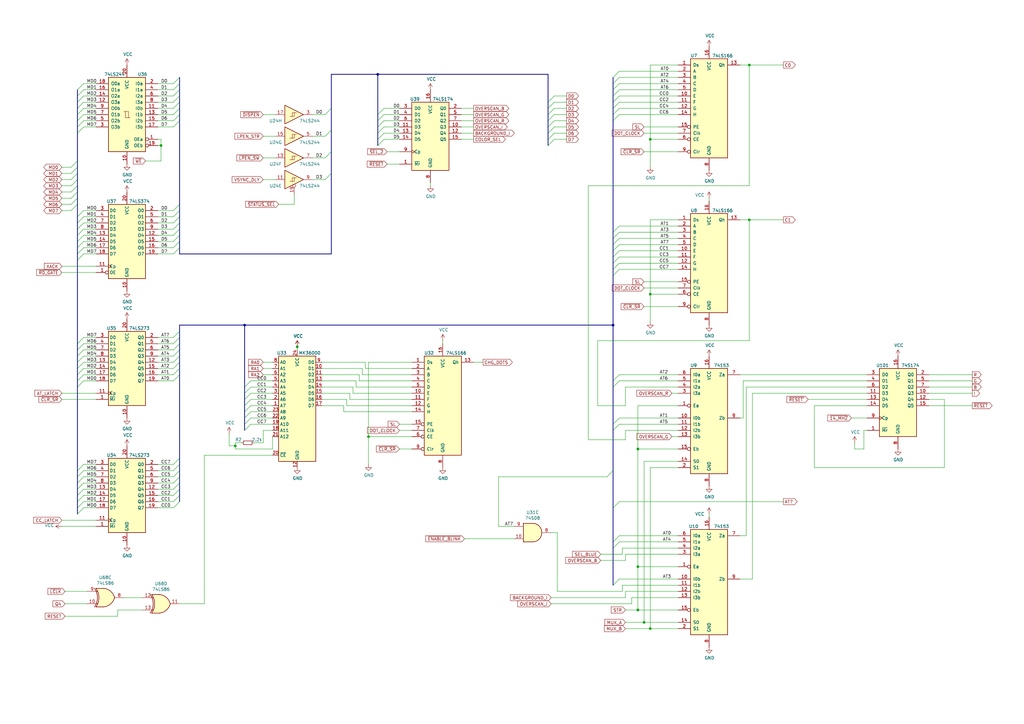
<source format=kicad_sch>
(kicad_sch (version 20230121) (generator eeschema)
  (paper "A3")
  (lib_symbols
    (symbol "74xx:74LS08" (pin_names (offset 1.016))
      (property "Reference" "U" (at 0 1.27 0))
      (property "Value" "74LS08" (at 0 -1.27 0))
      (symbol "74LS08_1_1"
        (pin input line (at -7.62 2.54 0) (length 3.81) (name "~") (number "1"))
        (pin input line (at -7.62 -2.54 0) (length 3.81) (name "~") (number "2"))
        (pin output line (at 7.62 0 180) (length 3.81) (name "~") (number "3"))
      )
      (symbol "74LS08_1_2"
        (pin input inverted (at -7.62 2.54 0) (length 4.318) (name "~") (number "1"))
        (pin input inverted (at -7.62 -2.54 0) (length 4.318) (name "~") (number "2"))
        (pin output inverted (at 7.62 0 180) (length 3.81) (name "~") (number "3"))
      )
      (symbol "74LS08_2_1"
        (pin input line (at -7.62 2.54 0) (length 3.81) (name "~") (number "4"))
        (pin input line (at -7.62 -2.54 0) (length 3.81) (name "~") (number "5"))
        (pin output line (at 7.62 0 180) (length 3.81) (name "~") (number "6"))
      )
      (symbol "74LS08_2_2"
        (pin input inverted (at -7.62 2.54 0) (length 4.318) (name "~") (number "4"))
        (pin input inverted (at -7.62 -2.54 0) (length 4.318) (name "~") (number "5"))
        (pin output inverted (at 7.62 0 180) (length 3.81) (name "~") (number "6"))
      )
      (symbol "74LS08_3_1"
        (pin input line (at -7.62 -2.54 0) (length 3.81) (name "~") (number "10"))
        (pin output line (at 7.62 0 180) (length 3.81) (name "~") (number "8"))
        (pin input line (at -7.62 2.54 0) (length 3.81) (name "~") (number "9"))
      )
      (symbol "74LS08_3_2"
        (pin input inverted (at -7.62 -2.54 0) (length 4.318) (name "~") (number "10"))
        (pin output inverted (at 7.62 0 180) (length 3.81) (name "~") (number "8"))
        (pin input inverted (at -7.62 2.54 0) (length 4.318) (name "~") (number "9"))
      )
      (symbol "74LS08_4_1"
        (pin output line (at 7.62 0 180) (length 3.81) (name "~") (number "11"))
        (pin input line (at -7.62 2.54 0) (length 3.81) (name "~") (number "12"))
        (pin input line (at -7.62 -2.54 0) (length 3.81) (name "~") (number "13"))
      )
      (symbol "74LS08_4_2"
        (pin output inverted (at 7.62 0 180) (length 3.81) (name "~") (number "11"))
        (pin input inverted (at -7.62 2.54 0) (length 4.318) (name "~") (number "12"))
        (pin input inverted (at -7.62 -2.54 0) (length 4.318) (name "~") (number "13"))
      )
      (symbol "74LS08_5_0"
        (pin power_in line (at 0 12.7 270) (length 5.08) (name "VCC") (number "14"))
        (pin power_in line (at 0 -12.7 90) (length 5.08) (name "GND") (number "7"))
      )
    )
    (symbol "74xx:74LS153" (pin_names (offset 1.016))
      (property "Reference" "U" (at -7.62 21.59 0))
      (property "Value" "74LS153" (at -7.62 -24.13 0))
      (symbol "74LS153_1_0"
        (pin input inverted (at -12.7 5.08 0) (length 5.08) (name "Ea") (number "1"))
        (pin input line (at -12.7 0 0) (length 5.08) (name "I0b") (number "10"))
        (pin input line (at -12.7 -2.54 0) (length 5.08) (name "I1b") (number "11"))
        (pin input line (at -12.7 -5.08 0) (length 5.08) (name "I2b") (number "12"))
        (pin input line (at -12.7 -7.62 0) (length 5.08) (name "I3b") (number "13"))
        (pin input line (at -12.7 -17.78 0) (length 5.08) (name "S0") (number "14"))
        (pin input inverted (at -12.7 -12.7 0) (length 5.08) (name "Eb") (number "15"))
        (pin power_in line (at 0 25.4 270) (length 5.08) (name "VCC") (number "16"))
        (pin input line (at -12.7 -20.32 0) (length 5.08) (name "S1") (number "2"))
        (pin input line (at -12.7 10.16 0) (length 5.08) (name "I3a") (number "3"))
        (pin input line (at -12.7 12.7 0) (length 5.08) (name "I2a") (number "4"))
        (pin input line (at -12.7 15.24 0) (length 5.08) (name "I1a") (number "5"))
        (pin input line (at -12.7 17.78 0) (length 5.08) (name "I0a") (number "6"))
        (pin output line (at 12.7 17.78 180) (length 5.08) (name "Za") (number "7"))
        (pin power_in line (at 0 -27.94 90) (length 5.08) (name "GND") (number "8"))
        (pin output line (at 12.7 0 180) (length 5.08) (name "Zb") (number "9"))
      )
    )
    (symbol "74xx:74LS166" (pin_names (offset 1.016))
      (property "Reference" "U" (at -7.62 21.59 0))
      (property "Value" "74LS166" (at -7.62 -21.59 0))
      (symbol "74LS166_1_0"
        (pin input line (at -12.7 17.78 0) (length 5.08) (name "Ds") (number "1"))
        (pin input line (at -12.7 5.08 0) (length 5.08) (name "E") (number "10"))
        (pin input line (at -12.7 2.54 0) (length 5.08) (name "F") (number "11"))
        (pin input line (at -12.7 0 0) (length 5.08) (name "G") (number "12"))
        (pin output line (at 12.7 17.78 180) (length 5.08) (name "Qh") (number "13"))
        (pin input line (at -12.7 -2.54 0) (length 5.08) (name "H") (number "14"))
        (pin input inverted (at -12.7 -7.62 0) (length 5.08) (name "PE") (number "15"))
        (pin power_in line (at 0 25.4 270) (length 5.08) (name "VCC") (number "16"))
        (pin input line (at -12.7 15.24 0) (length 5.08) (name "A") (number "2"))
        (pin input line (at -12.7 12.7 0) (length 5.08) (name "B") (number "3"))
        (pin input line (at -12.7 10.16 0) (length 5.08) (name "C") (number "4"))
        (pin input line (at -12.7 7.62 0) (length 5.08) (name "D") (number "5"))
        (pin input inverted (at -12.7 -12.7 0) (length 5.08) (name "CE") (number "6"))
        (pin input line (at -12.7 -10.16 0) (length 5.08) (name "Clk") (number "7"))
        (pin power_in line (at 0 -25.4 90) (length 5.08) (name "GND") (number "8"))
        (pin input inverted (at -12.7 -17.78 0) (length 5.08) (name "Clr") (number "9"))
      )
    )
    (symbol "74xx:74LS174" (pin_names (offset 1.016))
      (property "Reference" "U" (at -7.62 13.97 0))
      (property "Value" "74LS174" (at -7.62 -16.51 0))
      (symbol "74LS174_1_0"
        (pin input line (at -12.7 -12.7 0) (length 5.08) (name "~{Mr}") (number "1"))
        (pin output line (at 12.7 2.54 180) (length 5.08) (name "Q3") (number "10"))
        (pin input line (at -12.7 2.54 0) (length 5.08) (name "D3") (number "11"))
        (pin output line (at 12.7 0 180) (length 5.08) (name "Q4") (number "12"))
        (pin input line (at -12.7 0 0) (length 5.08) (name "D4") (number "13"))
        (pin input line (at -12.7 -2.54 0) (length 5.08) (name "D5") (number "14"))
        (pin output line (at 12.7 -2.54 180) (length 5.08) (name "Q5") (number "15"))
        (pin power_in line (at 0 17.78 270) (length 5.08) (name "VCC") (number "16"))
        (pin output line (at 12.7 10.16 180) (length 5.08) (name "Q0") (number "2"))
        (pin input line (at -12.7 10.16 0) (length 5.08) (name "D0") (number "3"))
        (pin input line (at -12.7 7.62 0) (length 5.08) (name "D1") (number "4"))
        (pin output line (at 12.7 7.62 180) (length 5.08) (name "Q1") (number "5"))
        (pin input line (at -12.7 5.08 0) (length 5.08) (name "D2") (number "6"))
        (pin output line (at 12.7 5.08 180) (length 5.08) (name "Q2") (number "7"))
        (pin power_in line (at 0 -20.32 90) (length 5.08) (name "GND") (number "8"))
        (pin input clock (at -12.7 -7.62 0) (length 5.08) (name "Cp") (number "9"))
      )
    )
    (symbol "74xx:74LS244" (pin_names (offset 1.016))
      (property "Reference" "U" (at -7.62 16.51 0))
      (property "Value" "74LS244" (at -7.62 -16.51 0))
      (symbol "74LS244_1_0"
        (pin input inverted (at -12.7 -10.16 0) (length 5.08) (name "OEa") (number "1"))
        (pin power_in line (at 0 -20.32 90) (length 5.08) (name "GND") (number "10"))
        (pin input line (at -12.7 2.54 0) (length 5.08) (name "I0b") (number "11"))
        (pin tri_state line (at 12.7 5.08 180) (length 5.08) (name "O3a") (number "12"))
        (pin input line (at -12.7 0 0) (length 5.08) (name "I1b") (number "13"))
        (pin tri_state line (at 12.7 7.62 180) (length 5.08) (name "O2a") (number "14"))
        (pin input line (at -12.7 -2.54 0) (length 5.08) (name "I2b") (number "15"))
        (pin tri_state line (at 12.7 10.16 180) (length 5.08) (name "O1a") (number "16"))
        (pin input line (at -12.7 -5.08 0) (length 5.08) (name "I3b") (number "17"))
        (pin tri_state line (at 12.7 12.7 180) (length 5.08) (name "O0a") (number "18"))
        (pin input inverted (at -12.7 -12.7 0) (length 5.08) (name "OEb") (number "19"))
        (pin input line (at -12.7 12.7 0) (length 5.08) (name "I0a") (number "2"))
        (pin power_in line (at 0 20.32 270) (length 5.08) (name "VCC") (number "20"))
        (pin tri_state line (at 12.7 -5.08 180) (length 5.08) (name "O3b") (number "3"))
        (pin input line (at -12.7 10.16 0) (length 5.08) (name "I1a") (number "4"))
        (pin tri_state line (at 12.7 -2.54 180) (length 5.08) (name "O2b") (number "5"))
        (pin input line (at -12.7 7.62 0) (length 5.08) (name "I2a") (number "6"))
        (pin tri_state line (at 12.7 0 180) (length 5.08) (name "O1b") (number "7"))
        (pin input line (at -12.7 5.08 0) (length 5.08) (name "I3a") (number "8"))
        (pin tri_state line (at 12.7 2.54 180) (length 5.08) (name "O0b") (number "9"))
      )
    )
    (symbol "74xx:74LS244_Split"
      (property "Reference" "U" (at 0 1.27 0))
      (property "Value" "74LS244_Split" (at 0 -1.27 0))
      (symbol "74LS244_Split_1_0"
        (pin input inverted (at 0 -6.35 90) (length 4.445) (name "~") (number "1"))
        (pin tri_state line (at 7.62 0 180) (length 3.81) (name "~") (number "18"))
        (pin input line (at -7.62 0 0) (length 3.81) (name "~") (number "2"))
      )
      (symbol "74LS244_Split_2_0"
        (pin tri_state line (at 7.62 0 180) (length 3.81) (name "~") (number "16"))
        (pin input line (at -7.62 0 0) (length 3.81) (name "~") (number "4"))
      )
      (symbol "74LS244_Split_3_0"
        (pin tri_state line (at 7.62 0 180) (length 3.81) (name "~") (number "14"))
        (pin input line (at -7.62 0 0) (length 3.81) (name "~") (number "6"))
      )
      (symbol "74LS244_Split_4_0"
        (pin tri_state line (at 7.62 0 180) (length 3.81) (name "~") (number "12"))
        (pin input line (at -7.62 0 0) (length 3.81) (name "~") (number "8"))
      )
      (symbol "74LS244_Split_5_0"
        (pin input line (at -7.62 0 0) (length 3.81) (name "~") (number "11"))
        (pin input inverted (at 0 -6.35 90) (length 4.445) (name "~") (number "19"))
        (pin tri_state line (at 7.62 0 180) (length 3.81) (name "~") (number "9"))
      )
      (symbol "74LS244_Split_6_0"
        (pin input line (at -7.62 0 0) (length 3.81) (name "~") (number "13"))
        (pin tri_state line (at 7.62 0 180) (length 3.81) (name "~") (number "7"))
      )
      (symbol "74LS244_Split_7_0"
        (pin input line (at -7.62 0 0) (length 3.81) (name "~") (number "15"))
        (pin tri_state line (at 7.62 0 180) (length 3.81) (name "~") (number "5"))
      )
      (symbol "74LS244_Split_8_0"
        (pin input line (at -7.62 0 0) (length 3.81) (name "~") (number "17"))
        (pin tri_state line (at 7.62 0 180) (length 3.81) (name "~") (number "3"))
      )
      (symbol "74LS244_Split_9_0"
        (pin power_in line (at 0 -12.7 90) (length 5.08) (name "GND") (number "10"))
        (pin power_in line (at 0 12.7 270) (length 5.08) (name "VCC") (number "20"))
      )
    )
    (symbol "74xx:74LS273"
      (property "Reference" "U" (at -7.62 16.51 0))
      (property "Value" "74LS273" (at -7.62 -16.51 0))
      (symbol "74LS273_1_0"
        (pin input line (at -12.7 -12.7 0) (length 5.08) (name "~{Mr}") (number "1"))
        (pin power_in line (at 0 -20.32 90) (length 5.08) (name "GND") (number "10"))
        (pin input clock (at -12.7 -10.16 0) (length 5.08) (name "Cp") (number "11"))
        (pin output line (at 12.7 2.54 180) (length 5.08) (name "Q4") (number "12"))
        (pin input line (at -12.7 2.54 0) (length 5.08) (name "D4") (number "13"))
        (pin input line (at -12.7 0 0) (length 5.08) (name "D5") (number "14"))
        (pin output line (at 12.7 0 180) (length 5.08) (name "Q5") (number "15"))
        (pin output line (at 12.7 -2.54 180) (length 5.08) (name "Q6") (number "16"))
        (pin input line (at -12.7 -2.54 0) (length 5.08) (name "D6") (number "17"))
        (pin input line (at -12.7 -5.08 0) (length 5.08) (name "D7") (number "18"))
        (pin output line (at 12.7 -5.08 180) (length 5.08) (name "Q7") (number "19"))
        (pin output line (at 12.7 12.7 180) (length 5.08) (name "Q0") (number "2"))
        (pin power_in line (at 0 20.32 270) (length 5.08) (name "VCC") (number "20"))
        (pin input line (at -12.7 12.7 0) (length 5.08) (name "D0") (number "3"))
        (pin input line (at -12.7 10.16 0) (length 5.08) (name "D1") (number "4"))
        (pin output line (at 12.7 10.16 180) (length 5.08) (name "Q1") (number "5"))
        (pin output line (at 12.7 7.62 180) (length 5.08) (name "Q2") (number "6"))
        (pin input line (at -12.7 7.62 0) (length 5.08) (name "D2") (number "7"))
        (pin input line (at -12.7 5.08 0) (length 5.08) (name "D3") (number "8"))
        (pin output line (at 12.7 5.08 180) (length 5.08) (name "Q3") (number "9"))
      )
    )
    (symbol "74xx:74LS374"
      (property "Reference" "U" (at -7.62 16.51 0))
      (property "Value" "74LS374" (at -7.62 -16.51 0))
      (symbol "74LS374_1_0"
        (pin input inverted (at -12.7 -12.7 0) (length 5.08) (name "OE") (number "1"))
        (pin power_in line (at 0 -20.32 90) (length 5.08) (name "GND") (number "10"))
        (pin input clock (at -12.7 -10.16 0) (length 5.08) (name "Cp") (number "11"))
        (pin tri_state line (at 12.7 2.54 180) (length 5.08) (name "O4") (number "12"))
        (pin input line (at -12.7 2.54 0) (length 5.08) (name "D4") (number "13"))
        (pin input line (at -12.7 0 0) (length 5.08) (name "D5") (number "14"))
        (pin tri_state line (at 12.7 0 180) (length 5.08) (name "O5") (number "15"))
        (pin tri_state line (at 12.7 -2.54 180) (length 5.08) (name "O6") (number "16"))
        (pin input line (at -12.7 -2.54 0) (length 5.08) (name "D6") (number "17"))
        (pin input line (at -12.7 -5.08 0) (length 5.08) (name "D7") (number "18"))
        (pin tri_state line (at 12.7 -5.08 180) (length 5.08) (name "O7") (number "19"))
        (pin tri_state line (at 12.7 12.7 180) (length 5.08) (name "O0") (number "2"))
        (pin power_in line (at 0 20.32 270) (length 5.08) (name "VCC") (number "20"))
        (pin input line (at -12.7 12.7 0) (length 5.08) (name "D0") (number "3"))
        (pin input line (at -12.7 10.16 0) (length 5.08) (name "D1") (number "4"))
        (pin tri_state line (at 12.7 10.16 180) (length 5.08) (name "O1") (number "5"))
        (pin tri_state line (at 12.7 7.62 180) (length 5.08) (name "O2") (number "6"))
        (pin input line (at -12.7 7.62 0) (length 5.08) (name "D2") (number "7"))
        (pin input line (at -12.7 5.08 0) (length 5.08) (name "D3") (number "8"))
        (pin tri_state line (at 12.7 5.08 180) (length 5.08) (name "O3") (number "9"))
      )
    )
    (symbol "74xx:74LS86" (pin_names (offset 1.016))
      (property "Reference" "U" (at 0 1.27 0))
      (property "Value" "74LS86" (at 0 -1.27 0))
      (symbol "74LS86_1_0"
        (pin input line (at -7.62 2.54 0) (length 4.445) (name "~") (number "1"))
        (pin input line (at -7.62 -2.54 0) (length 4.445) (name "~") (number "2"))
        (pin output line (at 7.62 0 180) (length 3.81) (name "~") (number "3"))
      )
      (symbol "74LS86_2_0"
        (pin input line (at -7.62 2.54 0) (length 4.445) (name "~") (number "4"))
        (pin input line (at -7.62 -2.54 0) (length 4.445) (name "~") (number "5"))
        (pin output line (at 7.62 0 180) (length 3.81) (name "~") (number "6"))
      )
      (symbol "74LS86_3_0"
        (pin input line (at -7.62 -2.54 0) (length 4.445) (name "~") (number "10"))
        (pin output line (at 7.62 0 180) (length 3.81) (name "~") (number "8"))
        (pin input line (at -7.62 2.54 0) (length 4.445) (name "~") (number "9"))
      )
      (symbol "74LS86_4_0"
        (pin output line (at 7.62 0 180) (length 3.81) (name "~") (number "11"))
        (pin input line (at -7.62 2.54 0) (length 4.445) (name "~") (number "12"))
        (pin input line (at -7.62 -2.54 0) (length 4.445) (name "~") (number "13"))
      )
      (symbol "74LS86_5_0"
        (pin power_in line (at 0 12.7 270) (length 5.08) (name "VCC") (number "14"))
        (pin power_in line (at 0 -12.7 90) (length 5.08) (name "GND") (number "7"))
      )
    )
    (symbol "Device:R_Small" (pin_numbers hide) (pin_names (offset 0.254) hide)
      (property "Reference" "R" (at 0.762 0.508 0))
      (property "Value" "R_Small" (at 0.762 -1.016 0))
      (symbol "R_Small_1_1"
        (pin passive line (at 0 2.54 270) (length 0.762) (name "~") (number "1"))
        (pin passive line (at 0 -2.54 90) (length 0.762) (name "~") (number "2"))
      )
    )
    (symbol "ISA_CGA:MK36000"
      (property "Reference" "U" (at -7.62 26.67 0))
      (property "Value" "MK36000" (at 2.54 -19.05 0))
      (symbol "MK36000_1_1"
        (pin input line (at -10.16 5.08 0) (length 2.54) (name "A7") (number "1"))
        (pin tri_state line (at 10.16 20.32 180) (length 2.54) (name "D1") (number "10"))
        (pin tri_state line (at 10.16 17.78 180) (length 2.54) (name "D2") (number "11"))
        (pin power_in line (at 0 -20.32 90) (length 2.54) (name "GND") (number "12"))
        (pin tri_state line (at 10.16 15.24 180) (length 2.54) (name "D3") (number "13"))
        (pin tri_state line (at 10.16 12.7 180) (length 2.54) (name "D4") (number "14"))
        (pin tri_state line (at 10.16 10.16 180) (length 2.54) (name "D5") (number "15"))
        (pin tri_state line (at 10.16 7.62 180) (length 2.54) (name "D6") (number "16"))
        (pin tri_state line (at 10.16 5.08 180) (length 2.54) (name "D7") (number "17"))
        (pin input line (at -10.16 -5.08 0) (length 2.54) (name "A11") (number "18"))
        (pin input line (at -10.16 -2.54 0) (length 2.54) (name "A10") (number "19"))
        (pin input line (at -10.16 7.62 0) (length 2.54) (name "A6") (number "2"))
        (pin input line (at -10.16 -15.24 0) (length 2.54) (name "~{CE}") (number "20"))
        (pin input line (at -10.16 -7.62 0) (length 2.54) (name "A12") (number "21"))
        (pin input line (at -10.16 0 0) (length 2.54) (name "A9") (number "22"))
        (pin input line (at -10.16 2.54 0) (length 2.54) (name "A8") (number "23"))
        (pin power_in line (at 0 27.94 270) (length 2.54) (name "VCC") (number "24"))
        (pin input line (at -10.16 10.16 0) (length 2.54) (name "A5") (number "3"))
        (pin input line (at -10.16 12.7 0) (length 2.54) (name "A4") (number "4"))
        (pin input line (at -10.16 15.24 0) (length 2.54) (name "A3") (number "5"))
        (pin input line (at -10.16 17.78 0) (length 2.54) (name "A2") (number "6"))
        (pin input line (at -10.16 20.32 0) (length 2.54) (name "A1") (number "7"))
        (pin input line (at -10.16 22.86 0) (length 2.54) (name "A0") (number "8"))
        (pin tri_state line (at 10.16 22.86 180) (length 2.54) (name "D0") (number "9"))
      )
    )
    (symbol "power:GND" (power) (pin_names (offset 0))
      (property "Value" "GND" (at 0 -3.81 0))
      (symbol "GND_1_1"
        (pin power_in line (at 0 0 270) (length 0) hide (name "GND") (number "1"))
      )
    )
    (symbol "power:VCC" (power) (pin_names (offset 0))
      (property "Value" "VCC" (at 0 3.81 0))
      (symbol "VCC_1_1"
        (pin power_in line (at 0 0 90) (length 0) hide (name "VCC") (number "1"))
      )
    )
  )
  (junction (at 121.92 142.24))
  (junction (at 307.34 90.17))
  (junction (at 96.52 182.88))
  (junction (at 154.94 30.48))
  (junction (at 100.33 133.35))
  (junction (at 251.46 133.35))
  (junction (at 261.62 184.15))
  (junction (at 307.34 26.67))
  (junction (at 261.62 250.19))
  (junction (at 151.13 179.07))
  (junction (at 261.62 232.41))
  (junction (at 266.7 57.15))
  (junction (at 266.7 120.65))
  (junction (at 266.7 257.81))
  (junction (at 264.16 255.27))
  (junction (at 66.04 59.69))
  (bus_entry (at 71.12 156.21) (size 2.54 -2.54))
  (bus_entry (at 31.75 146.05) (size 2.54 -2.54))
  (bus_entry (at 251.46 176.53) (size 2.54 -2.54))
  (bus_entry (at 31.75 46.99) (size 2.54 -2.54))
  (bus_entry (at 71.12 36.83) (size 2.54 -2.54))
  (bus_entry (at 29.21 78.74) (size 2.54 -2.54))
  (bus_entry (at 154.94 46.99) (size 2.54 -2.54))
  (bus_entry (at 31.75 153.67) (size 2.54 -2.54))
  (bus_entry (at 71.12 41.91) (size 2.54 -2.54))
  (bus_entry (at 31.75 210.82) (size 2.54 -2.54))
  (bus_entry (at 31.75 148.59) (size 2.54 -2.54))
  (bus_entry (at 100.33 176.53) (size 2.54 -2.54))
  (bus_entry (at 31.75 104.14) (size 2.54 -2.54))
  (bus_entry (at 31.75 54.61) (size 2.54 -2.54))
  (bus_entry (at 224.79 46.99) (size 2.54 -2.54))
  (bus_entry (at 224.79 54.61) (size 2.54 -2.54))
  (bus_entry (at 251.46 49.53) (size 2.54 -2.54))
  (bus_entry (at 31.75 140.97) (size 2.54 -2.54))
  (bus_entry (at 251.46 113.03) (size 2.54 -2.54))
  (bus_entry (at 133.35 46.99) (size 2.54 -2.54))
  (bus_entry (at 251.46 41.91) (size 2.54 -2.54))
  (bus_entry (at 154.94 52.07) (size 2.54 -2.54))
  (bus_entry (at 251.46 224.79) (size 2.54 -2.54))
  (bus_entry (at 251.46 222.25) (size 2.54 -2.54))
  (bus_entry (at 133.35 64.77) (size 2.54 -2.54))
  (bus_entry (at 31.75 36.83) (size 2.54 -2.54))
  (bus_entry (at 71.12 203.2) (size 2.54 -2.54))
  (bus_entry (at 71.12 39.37) (size 2.54 -2.54))
  (bus_entry (at 71.12 153.67) (size 2.54 -2.54))
  (bus_entry (at 100.33 161.29) (size 2.54 -2.54))
  (bus_entry (at 31.75 156.21) (size 2.54 -2.54))
  (bus_entry (at 71.12 190.5) (size 2.54 -2.54))
  (bus_entry (at 31.75 39.37) (size 2.54 -2.54))
  (bus_entry (at 224.79 57.15) (size 2.54 -2.54))
  (bus_entry (at 154.94 54.61) (size 2.54 -2.54))
  (bus_entry (at 31.75 198.12) (size 2.54 -2.54))
  (bus_entry (at 71.12 151.13) (size 2.54 -2.54))
  (bus_entry (at 31.75 203.2) (size 2.54 -2.54))
  (bus_entry (at 224.79 41.91) (size 2.54 -2.54))
  (bus_entry (at 154.94 59.69) (size 2.54 -2.54))
  (bus_entry (at 251.46 105.41) (size 2.54 -2.54))
  (bus_entry (at 71.12 193.04) (size 2.54 -2.54))
  (bus_entry (at 71.12 200.66) (size 2.54 -2.54))
  (bus_entry (at 71.12 93.98) (size 2.54 -2.54))
  (bus_entry (at 71.12 195.58) (size 2.54 -2.54))
  (bus_entry (at 251.46 208.28) (size 2.54 -2.54))
  (bus_entry (at 71.12 138.43) (size 2.54 -2.54))
  (bus_entry (at 31.75 88.9) (size 2.54 -2.54))
  (bus_entry (at 224.79 49.53) (size 2.54 -2.54))
  (bus_entry (at 71.12 49.53) (size 2.54 -2.54))
  (bus_entry (at 31.75 44.45) (size 2.54 -2.54))
  (bus_entry (at 71.12 96.52) (size 2.54 -2.54))
  (bus_entry (at 29.21 81.28) (size 2.54 -2.54))
  (bus_entry (at 31.75 96.52) (size 2.54 -2.54))
  (bus_entry (at 224.79 44.45) (size 2.54 -2.54))
  (bus_entry (at 29.21 83.82) (size 2.54 -2.54))
  (bus_entry (at 31.75 193.04) (size 2.54 -2.54))
  (bus_entry (at 100.33 158.75) (size 2.54 -2.54))
  (bus_entry (at 248.92 195.58) (size 2.54 -2.54))
  (bus_entry (at 251.46 36.83) (size 2.54 -2.54))
  (bus_entry (at 251.46 110.49) (size 2.54 -2.54))
  (bus_entry (at 29.21 76.2) (size 2.54 -2.54))
  (bus_entry (at 251.46 240.03) (size 2.54 -2.54))
  (bus_entry (at 251.46 46.99) (size 2.54 -2.54))
  (bus_entry (at 31.75 208.28) (size 2.54 -2.54))
  (bus_entry (at 71.12 148.59) (size 2.54 -2.54))
  (bus_entry (at 154.94 57.15) (size 2.54 -2.54))
  (bus_entry (at 71.12 198.12) (size 2.54 -2.54))
  (bus_entry (at 31.75 41.91) (size 2.54 -2.54))
  (bus_entry (at 31.75 200.66) (size 2.54 -2.54))
  (bus_entry (at 100.33 166.37) (size 2.54 -2.54))
  (bus_entry (at 71.12 99.06) (size 2.54 -2.54))
  (bus_entry (at 31.75 91.44) (size 2.54 -2.54))
  (bus_entry (at 71.12 101.6) (size 2.54 -2.54))
  (bus_entry (at 31.75 158.75) (size 2.54 -2.54))
  (bus_entry (at 71.12 34.29) (size 2.54 -2.54))
  (bus_entry (at 31.75 101.6) (size 2.54 -2.54))
  (bus_entry (at 224.79 52.07) (size 2.54 -2.54))
  (bus_entry (at 29.21 73.66) (size 2.54 -2.54))
  (bus_entry (at 71.12 205.74) (size 2.54 -2.54))
  (bus_entry (at 29.21 71.12) (size 2.54 -2.54))
  (bus_entry (at 154.94 49.53) (size 2.54 -2.54))
  (bus_entry (at 71.12 86.36) (size 2.54 -2.54))
  (bus_entry (at 31.75 99.06) (size 2.54 -2.54))
  (bus_entry (at 71.12 91.44) (size 2.54 -2.54))
  (bus_entry (at 31.75 106.68) (size 2.54 -2.54))
  (bus_entry (at 71.12 46.99) (size 2.54 -2.54))
  (bus_entry (at 71.12 52.07) (size 2.54 -2.54))
  (bus_entry (at 133.35 55.88) (size 2.54 -2.54))
  (bus_entry (at 251.46 158.75) (size 2.54 -2.54))
  (bus_entry (at 31.75 52.07) (size 2.54 -2.54))
  (bus_entry (at 251.46 173.99) (size 2.54 -2.54))
  (bus_entry (at 71.12 143.51) (size 2.54 -2.54))
  (bus_entry (at 224.79 59.69) (size 2.54 -2.54))
  (bus_entry (at 251.46 34.29) (size 2.54 -2.54))
  (bus_entry (at 31.75 93.98) (size 2.54 -2.54))
  (bus_entry (at 31.75 143.51) (size 2.54 -2.54))
  (bus_entry (at 251.46 39.37) (size 2.54 -2.54))
  (bus_entry (at 31.75 49.53) (size 2.54 -2.54))
  (bus_entry (at 100.33 173.99) (size 2.54 -2.54))
  (bus_entry (at 251.46 95.25) (size 2.54 -2.54))
  (bus_entry (at 71.12 88.9) (size 2.54 -2.54))
  (bus_entry (at 71.12 104.14) (size 2.54 -2.54))
  (bus_entry (at 251.46 31.75) (size 2.54 -2.54))
  (bus_entry (at 133.35 73.66) (size 2.54 -2.54))
  (bus_entry (at 71.12 140.97) (size 2.54 -2.54))
  (bus_entry (at 251.46 44.45) (size 2.54 -2.54))
  (bus_entry (at 251.46 107.95) (size 2.54 -2.54))
  (bus_entry (at 100.33 168.91) (size 2.54 -2.54))
  (bus_entry (at 31.75 195.58) (size 2.54 -2.54))
  (bus_entry (at 29.21 86.36) (size 2.54 -2.54))
  (bus_entry (at 100.33 163.83) (size 2.54 -2.54))
  (bus_entry (at 71.12 146.05) (size 2.54 -2.54))
  (bus_entry (at 100.33 171.45) (size 2.54 -2.54))
  (bus_entry (at 31.75 151.13) (size 2.54 -2.54))
  (bus_entry (at 251.46 156.21) (size 2.54 -2.54))
  (bus_entry (at 251.46 102.87) (size 2.54 -2.54))
  (bus_entry (at 29.21 68.58) (size 2.54 -2.54))
  (bus_entry (at 251.46 100.33) (size 2.54 -2.54))
  (bus_entry (at 31.75 205.74) (size 2.54 -2.54))
  (bus_entry (at 251.46 97.79) (size 2.54 -2.54))
  (bus_entry (at 71.12 208.28) (size 2.54 -2.54))
  (bus_entry (at 71.12 44.45) (size 2.54 -2.54))
  (bus (pts (xy 73.66 143.51) (xy 73.66 146.05)))
  (wire (pts (xy 204.47 195.58) (xy 248.92 195.58)))
  (wire (pts (xy 278.13 46.99) (xy 254 46.99)))
  (wire (pts (xy 256.54 227.33) (xy 256.54 229.87)))
  (wire (pts (xy 66.04 59.69) (xy 66.04 66.04)))
  (bus (pts (xy 224.79 57.15) (xy 224.79 59.69)))
  (wire (pts (xy 355.6 176.53) (xy 354.33 176.53)))
  (bus (pts (xy 251.46 107.95) (xy 251.46 110.49)))
  (bus (pts (xy 31.75 104.14) (xy 31.75 106.68)))
  (bus (pts (xy 154.94 49.53) (xy 154.94 52.07)))
  (wire (pts (xy 39.37 156.21) (xy 34.29 156.21)))
  (wire (pts (xy 255.27 242.57) (xy 255.27 240.03)))
  (wire (pts (xy 39.37 148.59) (xy 34.29 148.59)))
  (bus (pts (xy 31.75 46.99) (xy 31.75 49.53)))
  (wire (pts (xy 96.52 184.15) (xy 96.52 182.88)))
  (wire (pts (xy 264.16 115.57) (xy 278.13 115.57)))
  (wire (pts (xy 303.53 153.67) (xy 355.6 153.67)))
  (wire (pts (xy 121.92 143.51) (xy 121.92 142.24)))
  (wire (pts (xy 151.13 148.59) (xy 151.13 179.07)))
  (wire (pts (xy 189.23 52.07) (xy 194.31 52.07)))
  (bus (pts (xy 73.66 49.53) (xy 73.66 83.82)))
  (wire (pts (xy 140.97 166.37) (xy 140.97 168.91)))
  (bus (pts (xy 31.75 81.28) (xy 31.75 83.82)))
  (bus (pts (xy 251.46 224.79) (xy 251.46 240.03)))
  (wire (pts (xy 290.83 210.82) (xy 290.83 212.09)))
  (wire (pts (xy 278.13 100.33) (xy 254 100.33)))
  (bus (pts (xy 100.33 168.91) (xy 100.33 171.45)))
  (wire (pts (xy 64.77 193.04) (xy 71.12 193.04)))
  (wire (pts (xy 307.34 26.67) (xy 307.34 76.2)))
  (bus (pts (xy 31.75 193.04) (xy 31.75 195.58)))
  (wire (pts (xy 278.13 29.21) (xy 254 29.21)))
  (wire (pts (xy 93.98 177.8) (xy 93.98 182.88)))
  (bus (pts (xy 100.33 171.45) (xy 100.33 173.99)))
  (bus (pts (xy 73.66 96.52) (xy 73.66 99.06)))
  (wire (pts (xy 107.95 176.53) (xy 107.95 181.61)))
  (wire (pts (xy 304.8 156.21) (xy 355.6 156.21)))
  (bus (pts (xy 154.94 57.15) (xy 154.94 59.69)))
  (wire (pts (xy 111.76 166.37) (xy 102.87 166.37)))
  (wire (pts (xy 39.37 109.22) (xy 25.4 109.22)))
  (wire (pts (xy 111.76 161.29) (xy 102.87 161.29)))
  (wire (pts (xy 256.54 242.57) (xy 256.54 245.11)))
  (bus (pts (xy 100.33 161.29) (xy 100.33 163.83)))
  (wire (pts (xy 113.03 46.99) (xy 107.95 46.99)))
  (bus (pts (xy 73.66 140.97) (xy 73.66 143.51)))
  (wire (pts (xy 168.91 184.15) (xy 163.83 184.15)))
  (wire (pts (xy 64.77 148.59) (xy 71.12 148.59)))
  (wire (pts (xy 278.13 166.37) (xy 261.62 166.37)))
  (wire (pts (xy 256.54 250.19) (xy 261.62 250.19)))
  (bus (pts (xy 31.75 96.52) (xy 31.75 99.06)))
  (wire (pts (xy 39.37 140.97) (xy 34.29 140.97)))
  (bus (pts (xy 135.89 71.12) (xy 135.89 104.14)))
  (wire (pts (xy 148.59 153.67) (xy 168.91 153.67)))
  (wire (pts (xy 189.23 49.53) (xy 194.31 49.53)))
  (wire (pts (xy 275.59 179.07) (xy 278.13 179.07)))
  (wire (pts (xy 144.78 161.29) (xy 168.91 161.29)))
  (bus (pts (xy 154.94 52.07) (xy 154.94 54.61)))
  (wire (pts (xy 39.37 215.9) (xy 25.4 215.9)))
  (bus (pts (xy 31.75 146.05) (xy 31.75 148.59)))
  (wire (pts (xy 35.56 242.57) (xy 26.67 242.57)))
  (bus (pts (xy 31.75 91.44) (xy 31.75 93.98)))
  (bus (pts (xy 100.33 158.75) (xy 100.33 161.29)))
  (wire (pts (xy 261.62 184.15) (xy 261.62 232.41)))
  (wire (pts (xy 132.08 161.29) (xy 143.51 161.29)))
  (wire (pts (xy 264.16 62.23) (xy 278.13 62.23)))
  (wire (pts (xy 64.77 138.43) (xy 71.12 138.43)))
  (bus (pts (xy 73.66 198.12) (xy 73.66 200.66)))
  (wire (pts (xy 39.37 88.9) (xy 34.29 88.9)))
  (bus (pts (xy 73.66 195.58) (xy 73.66 198.12)))
  (wire (pts (xy 25.4 68.58) (xy 29.21 68.58)))
  (wire (pts (xy 64.77 88.9) (xy 71.12 88.9)))
  (bus (pts (xy 73.66 36.83) (xy 73.66 39.37)))
  (wire (pts (xy 278.13 26.67) (xy 266.7 26.67)))
  (bus (pts (xy 73.66 34.29) (xy 73.66 36.83)))
  (wire (pts (xy 64.77 200.66) (xy 71.12 200.66)))
  (wire (pts (xy 227.33 49.53) (xy 232.41 49.53)))
  (wire (pts (xy 151.13 179.07) (xy 168.91 179.07)))
  (bus (pts (xy 224.79 52.07) (xy 224.79 54.61)))
  (bus (pts (xy 251.46 113.03) (xy 251.46 133.35)))
  (wire (pts (xy 39.37 96.52) (xy 34.29 96.52)))
  (wire (pts (xy 278.13 97.79) (xy 254 97.79)))
  (wire (pts (xy 25.4 86.36) (xy 29.21 86.36)))
  (wire (pts (xy 83.82 186.69) (xy 83.82 247.65)))
  (bus (pts (xy 73.66 133.35) (xy 100.33 133.35)))
  (bus (pts (xy 73.66 203.2) (xy 73.66 205.74)))
  (wire (pts (xy 128.27 55.88) (xy 133.35 55.88)))
  (wire (pts (xy 278.13 156.21) (xy 254 156.21)))
  (wire (pts (xy 163.83 173.99) (xy 168.91 173.99)))
  (wire (pts (xy 381 153.67) (xy 398.78 153.67)))
  (wire (pts (xy 163.83 44.45) (xy 157.48 44.45)))
  (wire (pts (xy 64.77 57.15) (xy 66.04 57.15)))
  (wire (pts (xy 261.62 232.41) (xy 278.13 232.41)))
  (wire (pts (xy 334.01 191.77) (xy 334.01 166.37)))
  (wire (pts (xy 334.01 166.37) (xy 355.6 166.37)))
  (bus (pts (xy 73.66 44.45) (xy 73.66 46.99)))
  (wire (pts (xy 107.95 181.61) (xy 104.14 181.61)))
  (wire (pts (xy 278.13 105.41) (xy 254 105.41)))
  (bus (pts (xy 31.75 83.82) (xy 31.75 88.9)))
  (wire (pts (xy 148.59 151.13) (xy 148.59 153.67)))
  (bus (pts (xy 31.75 203.2) (xy 31.75 205.74)))
  (wire (pts (xy 290.83 82.55) (xy 290.83 81.28)))
  (wire (pts (xy 149.86 151.13) (xy 149.86 148.59)))
  (wire (pts (xy 278.13 250.19) (xy 261.62 250.19)))
  (wire (pts (xy 120.65 83.82) (xy 120.65 80.01)))
  (bus (pts (xy 73.66 200.66) (xy 73.66 203.2)))
  (wire (pts (xy 132.08 153.67) (xy 147.32 153.67)))
  (bus (pts (xy 224.79 49.53) (xy 224.79 52.07)))
  (wire (pts (xy 96.52 181.61) (xy 99.06 181.61)))
  (wire (pts (xy 227.33 57.15) (xy 232.41 57.15)))
  (wire (pts (xy 147.32 156.21) (xy 168.91 156.21)))
  (wire (pts (xy 304.8 171.45) (xy 303.53 171.45)))
  (wire (pts (xy 64.77 36.83) (xy 71.12 36.83)))
  (wire (pts (xy 25.4 81.28) (xy 29.21 81.28)))
  (bus (pts (xy 31.75 195.58) (xy 31.75 198.12)))
  (wire (pts (xy 226.06 218.44) (xy 228.6 218.44)))
  (bus (pts (xy 31.75 198.12) (xy 31.75 200.66)))
  (wire (pts (xy 307.34 139.7) (xy 245.11 139.7)))
  (wire (pts (xy 39.37 208.28) (xy 34.29 208.28)))
  (bus (pts (xy 73.66 86.36) (xy 73.66 88.9)))
  (wire (pts (xy 143.51 161.29) (xy 143.51 163.83)))
  (wire (pts (xy 64.77 34.29) (xy 71.12 34.29)))
  (bus (pts (xy 31.75 39.37) (xy 31.75 41.91)))
  (wire (pts (xy 140.97 168.91) (xy 168.91 168.91)))
  (wire (pts (xy 278.13 189.23) (xy 264.16 189.23)))
  (wire (pts (xy 39.37 34.29) (xy 34.29 34.29)))
  (wire (pts (xy 350.52 184.15) (xy 350.52 181.61)))
  (wire (pts (xy 181.61 140.97) (xy 181.61 139.7)))
  (wire (pts (xy 39.37 161.29) (xy 25.4 161.29)))
  (wire (pts (xy 189.23 54.61) (xy 194.31 54.61)))
  (wire (pts (xy 266.7 257.81) (xy 278.13 257.81)))
  (wire (pts (xy 266.7 90.17) (xy 266.7 120.65)))
  (wire (pts (xy 355.6 161.29) (xy 308.61 161.29)))
  (bus (pts (xy 251.46 31.75) (xy 251.46 34.29)))
  (bus (pts (xy 100.33 173.99) (xy 100.33 176.53)))
  (bus (pts (xy 31.75 93.98) (xy 31.75 96.52)))
  (wire (pts (xy 83.82 247.65) (xy 73.66 247.65)))
  (bus (pts (xy 135.89 30.48) (xy 154.94 30.48)))
  (bus (pts (xy 251.46 110.49) (xy 251.46 113.03)))
  (wire (pts (xy 64.77 208.28) (xy 71.12 208.28)))
  (wire (pts (xy 163.83 176.53) (xy 168.91 176.53)))
  (wire (pts (xy 278.13 219.71) (xy 254 219.71)))
  (bus (pts (xy 224.79 30.48) (xy 224.79 41.91)))
  (bus (pts (xy 251.46 208.28) (xy 251.46 222.25)))
  (bus (pts (xy 154.94 30.48) (xy 154.94 46.99)))
  (wire (pts (xy 25.4 76.2) (xy 29.21 76.2)))
  (bus (pts (xy 73.66 187.96) (xy 73.66 190.5)))
  (wire (pts (xy 64.77 203.2) (xy 71.12 203.2)))
  (wire (pts (xy 66.04 59.69) (xy 64.77 59.69)))
  (wire (pts (xy 163.83 67.31) (xy 158.75 67.31)))
  (wire (pts (xy 93.98 182.88) (xy 96.52 182.88)))
  (bus (pts (xy 31.75 106.68) (xy 31.75 140.97)))
  (wire (pts (xy 64.77 99.06) (xy 71.12 99.06)))
  (wire (pts (xy 278.13 36.83) (xy 254 36.83)))
  (bus (pts (xy 73.66 133.35) (xy 73.66 135.89)))
  (bus (pts (xy 31.75 156.21) (xy 31.75 158.75)))
  (wire (pts (xy 278.13 110.49) (xy 254 110.49)))
  (wire (pts (xy 39.37 36.83) (xy 34.29 36.83)))
  (wire (pts (xy 64.77 146.05) (xy 71.12 146.05)))
  (bus (pts (xy 31.75 153.67) (xy 31.75 156.21)))
  (bus (pts (xy 251.46 193.04) (xy 251.46 208.28)))
  (bus (pts (xy 31.75 200.66) (xy 31.75 203.2)))
  (bus (pts (xy 73.66 46.99) (xy 73.66 49.53)))
  (wire (pts (xy 39.37 86.36) (xy 34.29 86.36)))
  (bus (pts (xy 135.89 44.45) (xy 135.89 53.34)))
  (wire (pts (xy 264.16 54.61) (xy 278.13 54.61)))
  (wire (pts (xy 355.6 171.45) (xy 349.25 171.45)))
  (wire (pts (xy 278.13 44.45) (xy 254 44.45)))
  (wire (pts (xy 39.37 111.76) (xy 25.4 111.76)))
  (bus (pts (xy 31.75 88.9) (xy 31.75 91.44)))
  (wire (pts (xy 132.08 151.13) (xy 148.59 151.13)))
  (wire (pts (xy 307.34 90.17) (xy 321.31 90.17)))
  (bus (pts (xy 31.75 208.28) (xy 31.75 210.82)))
  (wire (pts (xy 355.6 163.83) (xy 331.47 163.83)))
  (bus (pts (xy 251.46 49.53) (xy 251.46 95.25)))
  (bus (pts (xy 251.46 105.41) (xy 251.46 107.95)))
  (wire (pts (xy 39.37 44.45) (xy 34.29 44.45)))
  (wire (pts (xy 39.37 138.43) (xy 34.29 138.43)))
  (wire (pts (xy 64.77 195.58) (xy 71.12 195.58)))
  (wire (pts (xy 64.77 86.36) (xy 71.12 86.36)))
  (wire (pts (xy 303.53 26.67) (xy 307.34 26.67)))
  (bus (pts (xy 100.33 133.35) (xy 251.46 133.35)))
  (bus (pts (xy 251.46 102.87) (xy 251.46 105.41)))
  (wire (pts (xy 58.42 250.19) (xy 48.26 250.19)))
  (wire (pts (xy 261.62 166.37) (xy 261.62 184.15)))
  (wire (pts (xy 39.37 146.05) (xy 34.29 146.05)))
  (wire (pts (xy 354.33 184.15) (xy 350.52 184.15)))
  (wire (pts (xy 64.77 46.99) (xy 71.12 46.99)))
  (wire (pts (xy 144.78 158.75) (xy 144.78 161.29)))
  (wire (pts (xy 176.53 76.2) (xy 176.53 74.93)))
  (bus (pts (xy 251.46 34.29) (xy 251.46 36.83)))
  (bus (pts (xy 73.66 83.82) (xy 73.66 86.36)))
  (wire (pts (xy 189.23 57.15) (xy 194.31 57.15)))
  (wire (pts (xy 255.27 227.33) (xy 246.38 227.33)))
  (wire (pts (xy 256.54 255.27) (xy 264.16 255.27)))
  (wire (pts (xy 39.37 49.53) (xy 34.29 49.53)))
  (wire (pts (xy 259.08 245.11) (xy 259.08 247.65)))
  (wire (pts (xy 304.8 156.21) (xy 304.8 171.45)))
  (wire (pts (xy 227.33 52.07) (xy 232.41 52.07)))
  (bus (pts (xy 224.79 54.61) (xy 224.79 57.15)))
  (wire (pts (xy 39.37 93.98) (xy 34.29 93.98)))
  (wire (pts (xy 111.76 179.07) (xy 111.76 184.15)))
  (bus (pts (xy 251.46 133.35) (xy 251.46 156.21)))
  (wire (pts (xy 64.77 198.12) (xy 71.12 198.12)))
  (bus (pts (xy 31.75 66.04) (xy 31.75 68.58)))
  (wire (pts (xy 64.77 156.21) (xy 71.12 156.21)))
  (wire (pts (xy 64.77 93.98) (xy 71.12 93.98)))
  (wire (pts (xy 111.76 158.75) (xy 102.87 158.75)))
  (bus (pts (xy 224.79 46.99) (xy 224.79 49.53)))
  (bus (pts (xy 31.75 44.45) (xy 31.75 46.99)))
  (bus (pts (xy 251.46 222.25) (xy 251.46 224.79)))
  (wire (pts (xy 146.05 156.21) (xy 146.05 158.75)))
  (bus (pts (xy 224.79 41.91) (xy 224.79 44.45)))
  (wire (pts (xy 278.13 222.25) (xy 254 222.25)))
  (wire (pts (xy 278.13 57.15) (xy 266.7 57.15)))
  (wire (pts (xy 132.08 166.37) (xy 140.97 166.37)))
  (wire (pts (xy 39.37 163.83) (xy 25.4 163.83)))
  (wire (pts (xy 39.37 91.44) (xy 34.29 91.44)))
  (wire (pts (xy 354.33 176.53) (xy 354.33 184.15)))
  (wire (pts (xy 163.83 54.61) (xy 157.48 54.61)))
  (bus (pts (xy 31.75 71.12) (xy 31.75 73.66)))
  (wire (pts (xy 321.31 205.74) (xy 254 205.74)))
  (wire (pts (xy 261.62 184.15) (xy 278.13 184.15)))
  (wire (pts (xy 35.56 247.65) (xy 26.67 247.65)))
  (wire (pts (xy 39.37 193.04) (xy 34.29 193.04)))
  (wire (pts (xy 303.53 90.17) (xy 307.34 90.17)))
  (bus (pts (xy 31.75 76.2) (xy 31.75 78.74)))
  (bus (pts (xy 73.66 41.91) (xy 73.66 44.45)))
  (wire (pts (xy 241.3 76.2) (xy 241.3 180.34)))
  (bus (pts (xy 154.94 30.48) (xy 224.79 30.48)))
  (wire (pts (xy 307.34 76.2) (xy 241.3 76.2)))
  (bus (pts (xy 73.66 146.05) (xy 73.66 148.59)))
  (wire (pts (xy 266.7 57.15) (xy 266.7 68.58)))
  (bus (pts (xy 251.46 36.83) (xy 251.46 39.37)))
  (bus (pts (xy 31.75 68.58) (xy 31.75 71.12)))
  (bus (pts (xy 73.66 101.6) (xy 73.66 104.14)))
  (wire (pts (xy 194.31 148.59) (xy 198.12 148.59)))
  (wire (pts (xy 266.7 191.77) (xy 266.7 257.81)))
  (bus (pts (xy 135.89 62.23) (xy 135.89 71.12)))
  (wire (pts (xy 266.7 257.81) (xy 256.54 257.81)))
  (wire (pts (xy 64.77 205.74) (xy 71.12 205.74)))
  (wire (pts (xy 64.77 190.5) (xy 71.12 190.5)))
  (wire (pts (xy 151.13 179.07) (xy 151.13 190.5)))
  (bus (pts (xy 251.46 158.75) (xy 251.46 173.99)))
  (wire (pts (xy 111.76 156.21) (xy 102.87 156.21)))
  (wire (pts (xy 278.13 34.29) (xy 254 34.29)))
  (wire (pts (xy 278.13 31.75) (xy 254 31.75)))
  (bus (pts (xy 73.66 39.37) (xy 73.66 41.91)))
  (wire (pts (xy 256.54 229.87) (xy 246.38 229.87)))
  (wire (pts (xy 278.13 153.67) (xy 254 153.67)))
  (bus (pts (xy 251.46 97.79) (xy 251.46 100.33)))
  (bus (pts (xy 73.66 148.59) (xy 73.66 151.13)))
  (wire (pts (xy 278.13 191.77) (xy 266.7 191.77)))
  (wire (pts (xy 255.27 240.03) (xy 278.13 240.03)))
  (wire (pts (xy 278.13 173.99) (xy 254 173.99)))
  (bus (pts (xy 31.75 158.75) (xy 31.75 193.04)))
  (wire (pts (xy 227.33 39.37) (xy 232.41 39.37)))
  (wire (pts (xy 111.76 184.15) (xy 96.52 184.15)))
  (bus (pts (xy 31.75 143.51) (xy 31.75 146.05)))
  (wire (pts (xy 307.34 26.67) (xy 321.31 26.67)))
  (wire (pts (xy 256.54 180.34) (xy 241.3 180.34)))
  (wire (pts (xy 64.77 96.52) (xy 71.12 96.52)))
  (bus (pts (xy 31.75 148.59) (xy 31.75 151.13)))
  (wire (pts (xy 278.13 41.91) (xy 254 41.91)))
  (wire (pts (xy 381 161.29) (xy 398.78 161.29)))
  (wire (pts (xy 245.11 166.37) (xy 245.11 139.7)))
  (wire (pts (xy 261.62 250.19) (xy 261.62 232.41)))
  (wire (pts (xy 227.33 46.99) (xy 232.41 46.99)))
  (wire (pts (xy 64.77 44.45) (xy 71.12 44.45)))
  (wire (pts (xy 254 237.49) (xy 278.13 237.49)))
  (bus (pts (xy 251.46 100.33) (xy 251.46 102.87)))
  (wire (pts (xy 128.27 73.66) (xy 133.35 73.66)))
  (wire (pts (xy 39.37 101.6) (xy 34.29 101.6)))
  (bus (pts (xy 73.66 135.89) (xy 73.66 138.43)))
  (bus (pts (xy 73.66 190.5) (xy 73.66 193.04)))
  (wire (pts (xy 48.26 252.73) (xy 26.67 252.73)))
  (wire (pts (xy 39.37 104.14) (xy 34.29 104.14)))
  (bus (pts (xy 31.75 49.53) (xy 31.75 52.07)))
  (wire (pts (xy 39.37 52.07) (xy 34.29 52.07)))
  (wire (pts (xy 111.76 186.69) (xy 83.82 186.69)))
  (wire (pts (xy 39.37 151.13) (xy 34.29 151.13)))
  (wire (pts (xy 308.61 237.49) (xy 303.53 237.49)))
  (bus (pts (xy 251.46 176.53) (xy 251.46 193.04)))
  (bus (pts (xy 31.75 73.66) (xy 31.75 76.2)))
  (wire (pts (xy 142.24 163.83) (xy 142.24 166.37)))
  (wire (pts (xy 107.95 176.53) (xy 111.76 176.53)))
  (wire (pts (xy 39.37 200.66) (xy 34.29 200.66)))
  (wire (pts (xy 163.83 62.23) (xy 158.75 62.23)))
  (wire (pts (xy 66.04 57.15) (xy 66.04 59.69)))
  (wire (pts (xy 387.35 191.77) (xy 334.01 191.77)))
  (wire (pts (xy 143.51 163.83) (xy 168.91 163.83)))
  (wire (pts (xy 210.82 220.98) (xy 190.5 220.98)))
  (wire (pts (xy 25.4 83.82) (xy 29.21 83.82)))
  (bus (pts (xy 73.66 193.04) (xy 73.66 195.58)))
  (bus (pts (xy 100.33 166.37) (xy 100.33 168.91)))
  (wire (pts (xy 259.08 247.65) (xy 226.06 247.65)))
  (wire (pts (xy 39.37 153.67) (xy 34.29 153.67)))
  (wire (pts (xy 64.77 151.13) (xy 71.12 151.13)))
  (wire (pts (xy 278.13 39.37) (xy 254 39.37)))
  (bus (pts (xy 251.46 44.45) (xy 251.46 46.99)))
  (wire (pts (xy 264.16 255.27) (xy 278.13 255.27)))
  (bus (pts (xy 154.94 46.99) (xy 154.94 49.53)))
  (wire (pts (xy 278.13 102.87) (xy 254 102.87)))
  (wire (pts (xy 306.07 219.71) (xy 303.53 219.71)))
  (bus (pts (xy 135.89 104.14) (xy 73.66 104.14)))
  (bus (pts (xy 31.75 78.74) (xy 31.75 81.28)))
  (wire (pts (xy 64.77 140.97) (xy 71.12 140.97)))
  (wire (pts (xy 189.23 46.99) (xy 194.31 46.99)))
  (wire (pts (xy 113.03 55.88) (xy 107.95 55.88)))
  (wire (pts (xy 64.77 153.67) (xy 71.12 153.67)))
  (wire (pts (xy 278.13 95.25) (xy 254 95.25)))
  (bus (pts (xy 73.66 91.44) (xy 73.66 93.98)))
  (bus (pts (xy 31.75 99.06) (xy 31.75 101.6)))
  (wire (pts (xy 163.83 57.15) (xy 157.48 57.15)))
  (bus (pts (xy 31.75 101.6) (xy 31.75 104.14)))
  (bus (pts (xy 251.46 95.25) (xy 251.46 97.79)))
  (wire (pts (xy 39.37 99.06) (xy 34.29 99.06)))
  (bus (pts (xy 31.75 52.07) (xy 31.75 54.61)))
  (bus (pts (xy 31.75 36.83) (xy 31.75 39.37)))
  (wire (pts (xy 264.16 125.73) (xy 278.13 125.73)))
  (bus (pts (xy 135.89 53.34) (xy 135.89 62.23)))
  (wire (pts (xy 113.03 73.66) (xy 107.95 73.66)))
  (wire (pts (xy 264.16 118.11) (xy 278.13 118.11)))
  (wire (pts (xy 39.37 195.58) (xy 34.29 195.58)))
  (wire (pts (xy 227.33 54.61) (xy 232.41 54.61)))
  (wire (pts (xy 64.77 41.91) (xy 71.12 41.91)))
  (wire (pts (xy 132.08 158.75) (xy 144.78 158.75)))
  (wire (pts (xy 25.4 71.12) (xy 29.21 71.12)))
  (wire (pts (xy 163.83 49.53) (xy 157.48 49.53)))
  (wire (pts (xy 266.7 120.65) (xy 266.7 132.08)))
  (wire (pts (xy 256.54 158.75) (xy 256.54 166.37)))
  (wire (pts (xy 64.77 104.14) (xy 71.12 104.14)))
  (wire (pts (xy 306.07 158.75) (xy 306.07 219.71)))
  (wire (pts (xy 132.08 156.21) (xy 146.05 156.21)))
  (bus (pts (xy 73.66 153.67) (xy 73.66 187.96)))
  (wire (pts (xy 111.76 148.59) (xy 107.95 148.59)))
  (wire (pts (xy 39.37 41.91) (xy 34.29 41.91)))
  (wire (pts (xy 266.7 26.67) (xy 266.7 57.15)))
  (wire (pts (xy 64.77 91.44) (xy 71.12 91.44)))
  (bus (pts (xy 73.66 138.43) (xy 73.66 140.97)))
  (wire (pts (xy 264.16 189.23) (xy 264.16 255.27)))
  (wire (pts (xy 111.76 173.99) (xy 102.87 173.99)))
  (wire (pts (xy 113.03 64.77) (xy 107.95 64.77)))
  (wire (pts (xy 278.13 242.57) (xy 256.54 242.57)))
  (wire (pts (xy 256.54 245.11) (xy 226.06 245.11)))
  (wire (pts (xy 147.32 153.67) (xy 147.32 156.21)))
  (wire (pts (xy 278.13 171.45) (xy 254 171.45)))
  (wire (pts (xy 39.37 46.99) (xy 34.29 46.99)))
  (bus (pts (xy 251.46 46.99) (xy 251.46 49.53)))
  (wire (pts (xy 64.77 39.37) (xy 71.12 39.37)))
  (wire (pts (xy 278.13 227.33) (xy 256.54 227.33)))
  (wire (pts (xy 132.08 148.59) (xy 149.86 148.59)))
  (wire (pts (xy 387.35 163.83) (xy 387.35 191.77)))
  (wire (pts (xy 381 163.83) (xy 387.35 163.83)))
  (wire (pts (xy 146.05 158.75) (xy 168.91 158.75)))
  (wire (pts (xy 142.24 166.37) (xy 168.91 166.37)))
  (wire (pts (xy 111.76 153.67) (xy 107.95 153.67)))
  (wire (pts (xy 308.61 161.29) (xy 308.61 237.49)))
  (wire (pts (xy 278.13 245.11) (xy 259.08 245.11)))
  (wire (pts (xy 227.33 44.45) (xy 232.41 44.45)))
  (bus (pts (xy 224.79 44.45) (xy 224.79 46.99)))
  (wire (pts (xy 39.37 198.12) (xy 34.29 198.12)))
  (wire (pts (xy 210.82 215.9) (xy 204.47 215.9)))
  (wire (pts (xy 128.27 46.99) (xy 133.35 46.99)))
  (bus (pts (xy 73.66 151.13) (xy 73.66 153.67)))
  (wire (pts (xy 111.76 171.45) (xy 102.87 171.45)))
  (wire (pts (xy 255.27 224.79) (xy 255.27 227.33)))
  (wire (pts (xy 59.69 66.04) (xy 66.04 66.04)))
  (bus (pts (xy 135.89 30.48) (xy 135.89 44.45)))
  (wire (pts (xy 307.34 90.17) (xy 307.34 139.7)))
  (wire (pts (xy 278.13 158.75) (xy 256.54 158.75)))
  (wire (pts (xy 381 158.75) (xy 398.78 158.75)))
  (bus (pts (xy 73.66 93.98) (xy 73.66 96.52)))
  (wire (pts (xy 111.76 151.13) (xy 107.95 151.13)))
  (wire (pts (xy 114.3 83.82) (xy 120.65 83.82)))
  (wire (pts (xy 39.37 205.74) (xy 34.29 205.74)))
  (wire (pts (xy 381 166.37) (xy 398.78 166.37)))
  (wire (pts (xy 39.37 203.2) (xy 34.29 203.2)))
  (wire (pts (xy 25.4 73.66) (xy 29.21 73.66)))
  (wire (pts (xy 39.37 143.51) (xy 34.29 143.51)))
  (bus (pts (xy 31.75 41.91) (xy 31.75 44.45)))
  (wire (pts (xy 39.37 213.36) (xy 25.4 213.36)))
  (bus (pts (xy 251.46 39.37) (xy 251.46 41.91)))
  (bus (pts (xy 73.66 31.75) (xy 73.66 34.29)))
  (wire (pts (xy 264.16 52.07) (xy 278.13 52.07)))
  (bus (pts (xy 31.75 140.97) (xy 31.75 143.51)))
  (wire (pts (xy 204.47 215.9) (xy 204.47 195.58)))
  (wire (pts (xy 306.07 158.75) (xy 355.6 158.75)))
  (wire (pts (xy 256.54 176.53) (xy 256.54 180.34)))
  (wire (pts (xy 128.27 64.77) (xy 133.35 64.77)))
  (bus (pts (xy 251.46 41.91) (xy 251.46 44.45)))
  (wire (pts (xy 48.26 250.19) (xy 48.26 252.73)))
  (wire (pts (xy 50.8 245.11) (xy 58.42 245.11)))
  (bus (pts (xy 251.46 173.99) (xy 251.46 176.53)))
  (wire (pts (xy 168.91 151.13) (xy 149.86 151.13)))
  (bus (pts (xy 31.75 151.13) (xy 31.75 153.67)))
  (wire (pts (xy 151.13 148.59) (xy 168.91 148.59)))
  (bus (pts (xy 154.94 54.61) (xy 154.94 57.15)))
  (wire (pts (xy 278.13 92.71) (xy 254 92.71)))
  (bus (pts (xy 251.46 156.21) (xy 251.46 158.75)))
  (bus (pts (xy 73.66 88.9) (xy 73.66 91.44)))
  (bus (pts (xy 31.75 205.74) (xy 31.75 208.28)))
  (wire (pts (xy 64.77 143.51) (xy 71.12 143.51)))
  (wire (pts (xy 278.13 224.79) (xy 255.27 224.79)))
  (wire (pts (xy 111.76 168.91) (xy 102.87 168.91)))
  (wire (pts (xy 256.54 166.37) (xy 245.11 166.37)))
  (wire (pts (xy 381 156.21) (xy 398.78 156.21)))
  (wire (pts (xy 39.37 190.5) (xy 34.29 190.5)))
  (wire (pts (xy 228.6 218.44) (xy 228.6 242.57)))
  (wire (pts (xy 278.13 120.65) (xy 266.7 120.65)))
  (wire (pts (xy 25.4 78.74) (xy 29.21 78.74)))
  (wire (pts (xy 64.77 52.07) (xy 71.12 52.07)))
  (bus (pts (xy 100.33 133.35) (xy 100.33 158.75)))
  (wire (pts (xy 96.52 182.88) (xy 96.52 181.61)))
  (wire (pts (xy 64.77 101.6) (xy 71.12 101.6)))
  (wire (pts (xy 39.37 39.37) (xy 34.29 39.37)))
  (wire (pts (xy 278.13 90.17) (xy 266.7 90.17)))
  (wire (pts (xy 227.33 41.91) (xy 232.41 41.91)))
  (wire (pts (xy 228.6 242.57) (xy 255.27 242.57)))
  (wire (pts (xy 163.83 52.07) (xy 157.48 52.07)))
  (bus (pts (xy 31.75 54.61) (xy 31.75 66.04)))
  (bus (pts (xy 100.33 163.83) (xy 100.33 166.37)))
  (bus (pts (xy 73.66 99.06) (xy 73.66 101.6)))
  (wire (pts (xy 163.83 46.99) (xy 157.48 46.99)))
  (wire (pts (xy 189.23 44.45) (xy 194.31 44.45)))
  (wire (pts (xy 278.13 176.53) (xy 256.54 176.53)))
  (wire (pts (xy 64.77 49.53) (xy 71.12 49.53)))
  (wire (pts (xy 278.13 107.95) (xy 254 107.95)))
  (wire (pts (xy 132.08 163.83) (xy 142.24 163.83)))
  (wire (pts (xy 275.59 161.29) (xy 278.13 161.29)))
  (wire (pts (xy 111.76 163.83) (xy 102.87 163.83)))
  (label "D1" (at 161.29 46.99 0))
  (label "MD3" (at 35.56 41.91 0))
  (label "D6" (at 66.04 49.53 0))
  (label "D5" (at 161.29 57.15 0))
  (label "CC1" (at 274.32 102.87 180))
  (label "CC3" (at 105.41 163.83 0))
  (label "MD3" (at 35.56 93.98 0))
  (label "AT7" (at 207.01 215.9 0))
  (label "AT6" (at 66.04 140.97 0))
  (label "D2" (at 66.04 39.37 0))
  (label "MD4" (at 35.56 44.45 0))
  (label "D2" (at 161.29 49.53 0))
  (label "MD0" (at 35.56 34.29 0))
  (label "CC1" (at 66.04 205.74 0))
  (label "D5" (at 66.04 46.99 0))
  (label "MD7" (at 35.56 138.43 0))
  (label "AT7" (at 66.04 138.43 0))
  (label "CC2" (at 105.41 161.29 0))
  (label "D0" (at 129.54 46.99 0))
  (label "MD1" (at 35.56 205.74 0))
  (label "CC0" (at 274.32 39.37 180))
  (label "CC7" (at 105.41 173.99 0))
  (label "CC2" (at 274.32 41.91 180))
  (label "D5" (at 66.04 99.06 0))
  (label "AT0" (at 66.04 156.21 0))
  (label "AT1" (at 274.32 92.71 180))
  (label "MD6" (at 35.56 140.97 0))
  (label "AT1" (at 270.51 171.45 0))
  (label "AT0" (at 271.78 219.71 0))
  (label "CC5" (at 274.32 107.95 180))
  (label "CC5" (at 66.04 195.58 0))
  (label "CC6" (at 66.04 193.04 0))
  (label "AT4" (at 271.78 222.25 0))
  (label "CC1" (at 105.41 158.75 0))
  (label "MD6" (at 35.56 49.53 0))
  (label "AT6" (at 274.32 36.83 180))
  (label "MD0" (at 35.56 156.21 0))
  (label "D3" (at 161.29 52.07 0))
  (label "D4" (at 161.29 54.61 0))
  (label "D6" (at 66.04 101.6 0))
  (label "AT2" (at 274.32 31.75 180))
  (label "AT5" (at 270.51 173.99 0))
  (label "CC4" (at 274.32 44.45 180))
  (label "CC7" (at 66.04 190.5 0))
  (label "AT5" (at 66.04 143.51 0))
  (label "MD0" (at 35.56 208.28 0))
  (label "D1" (at 129.54 55.88 0))
  (label "MD6" (at 35.56 101.6 0))
  (label "CC0" (at 105.41 156.21 0))
  (label "CC3" (at 274.32 105.41 180))
  (label "MD7" (at 35.56 52.07 0))
  (label "D4" (at 66.04 44.45 0))
  (label "AT2" (at 66.04 151.13 0))
  (label "AT3" (at 271.78 237.49 0))
  (label "CC6" (at 274.32 46.99 180))
  (label "D7" (at 66.04 104.14 0))
  (label "CC2" (at 66.04 203.2 0))
  (label "MD3" (at 35.56 200.66 0))
  (label "MD6" (at 35.56 193.04 0))
  (label "AT3" (at 274.32 95.25 180))
  (label "D3" (at 129.54 73.66 0))
  (label "CC3" (at 66.04 200.66 0))
  (label "AT2" (at 270.51 153.67 0))
  (label "AT3" (at 66.04 148.59 0))
  (label "D3" (at 66.04 93.98 0))
  (label "D2" (at 129.54 64.77 0))
  (label "MD5" (at 35.56 195.58 0))
  (label "MD5" (at 35.56 99.06 0))
  (label "D0" (at 161.29 44.45 0))
  (label "CC4" (at 105.41 166.37 0))
  (label "AT4" (at 274.32 34.29 180))
  (label "AT5" (at 274.32 97.79 180))
  (label "AT0" (at 274.32 29.21 180))
  (label "CC6" (at 105.41 171.45 0))
  (label "MD7" (at 35.56 104.14 0))
  (label "MD2" (at 35.56 91.44 0))
  (label "CC0" (at 66.04 208.28 0))
  (label "MD2" (at 35.56 151.13 0))
  (label "D4" (at 66.04 96.52 0))
  (label "MD0" (at 35.56 86.36 0))
  (label "MD1" (at 35.56 88.9 0))
  (label "MD2" (at 35.56 203.2 0))
  (label "CC4" (at 66.04 198.12 0))
  (label "AT7" (at 274.32 100.33 180))
  (label "MD7" (at 35.56 190.5 0))
  (label "MD2" (at 35.56 39.37 0))
  (label "D0" (at 66.04 86.36 0))
  (label "AT1" (at 66.04 153.67 0))
  (label "CC5" (at 105.41 168.91 0))
  (label "MD1" (at 35.56 36.83 0))
  (label "MD5" (at 35.56 46.99 0))
  (label "MD5" (at 35.56 143.51 0))
  (label "D1" (at 66.04 36.83 0))
  (label "D3" (at 66.04 41.91 0))
  (label "MD4" (at 35.56 146.05 0))
  (label "MD4" (at 35.56 198.12 0))
  (label "D7" (at 66.04 52.07 0))
  (label "MD1" (at 35.56 153.67 0))
  (label "D0" (at 66.04 34.29 0))
  (label "CC7" (at 274.32 110.49 180))
  (label "AT4" (at 66.04 146.05 0))
  (label "D2" (at 66.04 91.44 0))
  (label "MD4" (at 35.56 96.52 0))
  (label "MD3" (at 35.56 148.59 0))
  (label "AT6" (at 270.51 156.21 0))
  (label "D1" (at 66.04 88.9 0))
  (global_label "MD4" (shape bidirectional) (at 25.4 78.74 180) (property "Intersheetrefs" "${INTERSHEET_REFS}" (effects hide)))
  (global_label "~{RESET}" (shape output) (at 398.78 166.37 0) (property "Intersheetrefs" "${INTERSHEET_REFS}" (effects hide)))
  (global_label "B" (shape output) (at 398.78 158.75 0) (property "Intersheetrefs" "${INTERSHEET_REFS}" (effects hide)))
  (global_label "~{DISPEN}" (shape input) (at 107.95 46.99 180) (property "Intersheetrefs" "${INTERSHEET_REFS}" (effects hide)))
  (global_label "MD0" (shape bidirectional) (at 25.4 68.58 180) (property "Intersheetrefs" "${INTERSHEET_REFS}" (effects hide)))
  (global_label "LPEN_STR" (shape input) (at 107.95 55.88 180) (property "Intersheetrefs" "${INTERSHEET_REFS}" (effects hide)))
  (global_label "AT_LATCH" (shape input) (at 25.4 161.29 180) (property "Intersheetrefs" "${INTERSHEET_REFS}" (effects hide)))
  (global_label "MD5" (shape bidirectional) (at 25.4 81.28 180) (property "Intersheetrefs" "${INTERSHEET_REFS}" (effects hide)))
  (global_label "~{CLR_SR}" (shape input) (at 264.16 125.73 180) (property "Intersheetrefs" "${INTERSHEET_REFS}" (effects hide)))
  (global_label "CHG_DOTS" (shape output) (at 198.12 148.59 0) (property "Intersheetrefs" "${INTERSHEET_REFS}" (effects hide)))
  (global_label "OVERSCAN_R" (shape input) (at 275.59 161.29 180) (property "Intersheetrefs" "${INTERSHEET_REFS}" (effects hide)))
  (global_label "R" (shape output) (at 398.78 153.67 0) (property "Intersheetrefs" "${INTERSHEET_REFS}" (effects hide)))
  (global_label "C0" (shape output) (at 321.31 26.67 0) (property "Intersheetrefs" "${INTERSHEET_REFS}" (effects hide)))
  (global_label "SL" (shape input) (at 163.83 173.99 180) (property "Intersheetrefs" "${INTERSHEET_REFS}" (effects hide)))
  (global_label "OVERSCAN_I" (shape output) (at 194.31 52.07 0) (property "Intersheetrefs" "${INTERSHEET_REFS}" (effects hide)))
  (global_label "MD1" (shape bidirectional) (at 25.4 71.12 180) (property "Intersheetrefs" "${INTERSHEET_REFS}" (effects hide)))
  (global_label "D7" (shape output) (at 232.41 57.15 0) (property "Intersheetrefs" "${INTERSHEET_REFS}" (effects hide)))
  (global_label "C1" (shape output) (at 321.31 90.17 0) (property "Intersheetrefs" "${INTERSHEET_REFS}" (effects hide)))
  (global_label "SL" (shape input) (at 264.16 52.07 180) (property "Intersheetrefs" "${INTERSHEET_REFS}" (effects hide)))
  (global_label "AT7" (shape output) (at 321.31 205.74 0) (property "Intersheetrefs" "${INTERSHEET_REFS}" (effects hide)))
  (global_label "OVERSCAN_B" (shape output) (at 194.31 44.45 0) (property "Intersheetrefs" "${INTERSHEET_REFS}" (effects hide)))
  (global_label "D4" (shape output) (at 232.41 49.53 0) (property "Intersheetrefs" "${INTERSHEET_REFS}" (effects hide)))
  (global_label "~{LPEN_SW}" (shape input) (at 107.95 64.77 180) (property "Intersheetrefs" "${INTERSHEET_REFS}" (effects hide)))
  (global_label "RESET" (shape input) (at 26.67 252.73 180) (property "Intersheetrefs" "${INTERSHEET_REFS}" (effects hide)))
  (global_label "STR" (shape input) (at 256.54 250.19 180) (property "Intersheetrefs" "${INTERSHEET_REFS}" (effects hide)))
  (global_label "MUX_A" (shape input) (at 256.54 255.27 180) (property "Intersheetrefs" "${INTERSHEET_REFS}" (effects hide)))
  (global_label "~{ENABLE_BLINK}" (shape input) (at 190.5 220.98 180) (property "Intersheetrefs" "${INTERSHEET_REFS}" (effects hide)))
  (global_label "G" (shape output) (at 398.78 156.21 0) (property "Intersheetrefs" "${INTERSHEET_REFS}" (effects hide)))
  (global_label "DOT_CLOCK" (shape input) (at 264.16 54.61 180) (property "Intersheetrefs" "${INTERSHEET_REFS}" (effects hide)))
  (global_label "D6" (shape output) (at 232.41 54.61 0) (property "Intersheetrefs" "${INTERSHEET_REFS}" (effects hide)))
  (global_label "D2" (shape output) (at 232.41 44.45 0) (property "Intersheetrefs" "${INTERSHEET_REFS}" (effects hide)))
  (global_label "BACKGROUND_I" (shape input) (at 226.06 245.11 180) (property "Intersheetrefs" "${INTERSHEET_REFS}" (effects hide)))
  (global_label "SEL_BLUE" (shape input) (at 246.38 227.33 180) (property "Intersheetrefs" "${INTERSHEET_REFS}" (effects hide)))
  (global_label "~{LCLK}" (shape input) (at 26.67 242.57 180) (property "Intersheetrefs" "${INTERSHEET_REFS}" (effects hide)))
  (global_label "~{CLR_SR}" (shape input) (at 25.4 163.83 180) (property "Intersheetrefs" "${INTERSHEET_REFS}" (effects hide)))
  (global_label "SL" (shape input) (at 264.16 115.57 180) (property "Intersheetrefs" "${INTERSHEET_REFS}" (effects hide)))
  (global_label "RA2" (shape input) (at 107.95 153.67 180) (property "Intersheetrefs" "${INTERSHEET_REFS}" (effects hide)))
  (global_label "~{RESET}" (shape input) (at 158.75 67.31 180) (property "Intersheetrefs" "${INTERSHEET_REFS}" (effects hide)))
  (global_label "RA1" (shape input) (at 107.95 151.13 180) (property "Intersheetrefs" "${INTERSHEET_REFS}" (effects hide)))
  (global_label "COLOR_SEL" (shape output) (at 194.31 57.15 0) (property "Intersheetrefs" "${INTERSHEET_REFS}" (effects hide)))
  (global_label "D0" (shape output) (at 232.41 39.37 0) (property "Intersheetrefs" "${INTERSHEET_REFS}" (effects hide)))
  (global_label "~{CLR_SR}" (shape input) (at 264.16 62.23 180) (property "Intersheetrefs" "${INTERSHEET_REFS}" (effects hide)))
  (global_label "I" (shape output) (at 398.78 161.29 0) (property "Intersheetrefs" "${INTERSHEET_REFS}" (effects hide)))
  (global_label "XACK" (shape input) (at 25.4 109.22 180) (property "Intersheetrefs" "${INTERSHEET_REFS}" (effects hide)))
  (global_label "D1" (shape output) (at 232.41 41.91 0) (property "Intersheetrefs" "${INTERSHEET_REFS}" (effects hide)))
  (global_label "MD6" (shape bidirectional) (at 25.4 83.82 180) (property "Intersheetrefs" "${INTERSHEET_REFS}" (effects hide)))
  (global_label "BACKGROUND_I" (shape output) (at 194.31 54.61 0) (property "Intersheetrefs" "${INTERSHEET_REFS}" (effects hide)))
  (global_label "~{CLR_SR}" (shape input) (at 163.83 184.15 180) (property "Intersheetrefs" "${INTERSHEET_REFS}" (effects hide)))
  (global_label "MD2" (shape bidirectional) (at 25.4 73.66 180) (property "Intersheetrefs" "${INTERSHEET_REFS}" (effects hide)))
  (global_label "OVERSCAN_I" (shape input) (at 226.06 247.65 180) (property "Intersheetrefs" "${INTERSHEET_REFS}" (effects hide)))
  (global_label "~{SEL_2}" (shape input) (at 158.75 62.23 180) (property "Intersheetrefs" "${INTERSHEET_REFS}" (effects hide)))
  (global_label "~{RD_GATE}" (shape input) (at 25.4 111.76 180) (property "Intersheetrefs" "${INTERSHEET_REFS}" (effects hide)))
  (global_label "VSYNC_DLY" (shape input) (at 107.95 73.66 180) (property "Intersheetrefs" "${INTERSHEET_REFS}" (effects hide)))
  (global_label "MUX_B" (shape input) (at 256.54 257.81 180) (property "Intersheetrefs" "${INTERSHEET_REFS}" (effects hide)))
  (global_label "D3" (shape output) (at 232.41 46.99 0) (property "Intersheetrefs" "${INTERSHEET_REFS}" (effects hide)))
  (global_label "MD7" (shape bidirectional) (at 25.4 86.36 180) (property "Intersheetrefs" "${INTERSHEET_REFS}" (effects hide)))
  (global_label "OVERSCAN_R" (shape output) (at 194.31 49.53 0) (property "Intersheetrefs" "${INTERSHEET_REFS}" (effects hide)))
  (global_label "~{STATUS_SEL}" (shape input) (at 114.3 83.82 180) (property "Intersheetrefs" "${INTERSHEET_REFS}" (effects hide)))
  (global_label "~{14_MHZ}" (shape input) (at 349.25 171.45 180) (property "Intersheetrefs" "${INTERSHEET_REFS}" (effects hide)))
  (global_label "OVERSCAN_B" (shape input) (at 246.38 229.87 180) (property "Intersheetrefs" "${INTERSHEET_REFS}" (effects hide)))
  (global_label "DOT_CLOCK" (shape input) (at 264.16 118.11 180) (property "Intersheetrefs" "${INTERSHEET_REFS}" (effects hide)))
  (global_label "CC_LATCH" (shape input) (at 25.4 213.36 180) (property "Intersheetrefs" "${INTERSHEET_REFS}" (effects hide)))
  (global_label "D5" (shape output) (at 232.41 52.07 0) (property "Intersheetrefs" "${INTERSHEET_REFS}" (effects hide)))
  (global_label "RA0" (shape input) (at 107.95 148.59 180) (property "Intersheetrefs" "${INTERSHEET_REFS}" (effects hide)))
  (global_label "OVERSCAN_G" (shape output) (at 194.31 46.99 0) (property "Intersheetrefs" "${INTERSHEET_REFS}" (effects hide)))
  (global_label "~{WE}" (shape input) (at 59.69 66.04 180) (property "Intersheetrefs" "${INTERSHEET_REFS}" (effects hide)))
  (global_label "MD3" (shape bidirectional) (at 25.4 76.2 180) (property "Intersheetrefs" "${INTERSHEET_REFS}" (effects hide)))
  (global_label "Q4" (shape input) (at 26.67 247.65 180) (property "Intersheetrefs" "${INTERSHEET_REFS}" (effects hide)))
  (global_label "DOT_CLOCK" (shape input) (at 163.83 176.53 180) (property "Intersheetrefs" "${INTERSHEET_REFS}" (effects hide)))
  (global_label "OVERSCAN_G" (shape input) (at 275.59 179.07 180) (property "Intersheetrefs" "${INTERSHEET_REFS}" (effects hide)))
  (global_label "~{RESET'}" (shape input) (at 331.47 163.83 180) (property "Intersheetrefs" "${INTERSHEET_REFS}" (effects hide)))
  (symbol (lib_id "74xx:74LS244_Split") (at 120.65 73.66 0) (unit 5)
    (property "Reference" "U24" (at 113.03 76.2 0))
    (property "Value" "74LS244" (at 127 76.2 0))
    (property "Footprint" "Package_DIP:DIP-20_W7.62mm_LongPads" (effects hide))
    (property "Datasheet" "http://www.ti.com/lit/ds/symlink/sn74ls241.pdf" (effects hide))
  )
  (symbol (lib_id "74xx:74LS244_Split") (at 120.65 64.77 0) (unit 6)
    (property "Reference" "U24" (at 113.03 67.31 0))
    (property "Value" "74LS244" (at 127 67.31 0))
    (property "Footprint" "Package_DIP:DIP-20_W7.62mm_LongPads" (effects hide))
    (property "Datasheet" "http://www.ti.com/lit/ds/symlink/sn74ls241.pdf" (effects hide))
  )
  (symbol (lib_id "74xx:74LS244_Split") (at 120.65 55.88 0) (unit 7)
    (property "Reference" "U24" (at 113.03 58.42 0))
    (property "Value" "74LS244" (at 127 58.42 0))
    (property "Footprint" "Package_DIP:DIP-20_W7.62mm_LongPads" (effects hide))
    (property "Datasheet" "http://www.ti.com/lit/ds/symlink/sn74ls241.pdf" (effects hide))
  )
  (symbol (lib_id "74xx:74LS244_Split") (at 120.65 46.99 0) (unit 8)
    (property "Reference" "U24" (at 113.03 49.53 0))
    (property "Value" "74LS244" (at 127 49.53 0))
    (property "Footprint" "Package_DIP:DIP-20_W7.62mm_LongPads" (effects hide))
    (property "Datasheet" "http://www.ti.com/lit/ds/symlink/sn74ls241.pdf" (effects hide))
  )
  (symbol (lib_id "74xx:74LS244") (at 52.07 46.99 0) (mirror y) (unit 1)
    (property "Reference" "U36" (at 58.42 30.48 0))
    (property "Value" "74LS244" (at 46.99 30.48 0))
    (property "Footprint" "Package_DIP:DIP-20_W7.62mm_LongPads" (effects hide))
    (property "Datasheet" "http://www.ti.com/lit/ds/symlink/sn74ls244.pdf" (effects hide))
  )
  (symbol (lib_id "power:GND") (at 52.07 67.31 0) (unit 1)
    (property "Reference" "#PWR0164" (effects hide))
    (property "Value" "GND" (at 52.197 71.7042 0))
  )
  (symbol (lib_id "power:VCC") (at 52.07 26.67 0) (unit 1)
    (property "Reference" "#PWR0163" (effects hide))
    (property "Value" "VCC" (at 52.451 22.2758 0))
  )
  (symbol (lib_id "74xx:74LS374") (at 52.07 99.06 0) (unit 1)
    (property "Reference" "U37" (at 45.72 82.55 0))
    (property "Value" "74LS374" (at 57.15 82.55 0))
    (property "Footprint" "Package_DIP:DIP-20_W7.62mm_LongPads" (effects hide))
    (property "Datasheet" "http://www.ti.com/lit/gpn/sn74LS374" (effects hide))
  )
  (symbol (lib_id "power:GND") (at 52.07 119.38 0) (unit 1)
    (property "Reference" "#PWR0162" (effects hide))
    (property "Value" "GND" (at 52.197 123.7742 0))
  )
  (symbol (lib_id "power:VCC") (at 52.07 78.74 0) (unit 1)
    (property "Reference" "#PWR0161" (effects hide))
    (property "Value" "VCC" (at 52.451 74.3458 0))
  )
  (symbol (lib_id "74xx:74LS273") (at 52.07 151.13 0) (unit 1)
    (property "Reference" "U35" (at 45.72 134.62 0))
    (property "Value" "74LS273" (at 57.15 134.62 0))
    (property "Footprint" "Package_DIP:DIP-20_W7.62mm_LongPads" (effects hide))
    (property "Datasheet" "http://www.ti.com/lit/gpn/sn74LS273" (effects hide))
  )
  (symbol (lib_id "power:GND") (at 52.07 171.45 0) (unit 1)
    (property "Reference" "#PWR0160" (effects hide))
    (property "Value" "GND" (at 52.197 175.8442 0))
  )
  (symbol (lib_id "power:VCC") (at 52.07 130.81 0) (unit 1)
    (property "Reference" "#PWR0159" (effects hide))
    (property "Value" "VCC" (at 52.451 126.4158 0))
  )
  (symbol (lib_id "74xx:74LS273") (at 52.07 203.2 0) (unit 1)
    (property "Reference" "U34" (at 45.72 186.69 0))
    (property "Value" "74LS273" (at 57.15 186.69 0))
    (property "Footprint" "Package_DIP:DIP-20_W7.62mm_LongPads" (effects hide))
    (property "Datasheet" "http://www.ti.com/lit/gpn/sn74LS273" (effects hide))
  )
  (symbol (lib_id "power:GND") (at 52.07 223.52 0) (unit 1)
    (property "Reference" "#PWR0158" (effects hide))
    (property "Value" "GND" (at 52.197 227.9142 0))
  )
  (symbol (lib_id "power:VCC") (at 52.07 182.88 0) (unit 1)
    (property "Reference" "#PWR0157" (effects hide))
    (property "Value" "VCC" (at 52.451 178.4858 0))
  )
  (symbol (lib_id "power:VCC") (at 25.4 215.9 90) (unit 1)
    (property "Reference" "#PWR0156" (effects hide))
    (property "Value" "VCC" (at 22.1742 215.519 90) (effects (justify left)))
  )
  (symbol (lib_id "74xx:74LS174") (at 176.53 54.61 0) (unit 1)
    (property "Reference" "U39" (at 170.18 40.64 0))
    (property "Value" "74LS174" (at 181.61 40.64 0))
    (property "Footprint" "Package_DIP:DIP-16_W7.62mm_LongPads" (effects hide))
    (property "Datasheet" "http://www.ti.com/lit/gpn/sn74LS174" (effects hide))
  )
  (symbol (lib_id "power:GND") (at 176.53 76.2 0) (unit 1)
    (property "Reference" "#PWR0153" (effects hide))
    (property "Value" "GND" (at 176.657 80.5942 0))
  )
  (symbol (lib_id "power:VCC") (at 176.53 36.83 0) (unit 1)
    (property "Reference" "#PWR0152" (effects hide))
    (property "Value" "VCC" (at 176.911 32.4358 0))
  )
  (symbol (lib_id "power:VCC") (at 121.92 142.24 0) (unit 1)
    (property "Reference" "#PWR0151" (effects hide))
    (property "Value" "VCC" (at 122.301 137.8458 0))
  )
  (symbol (lib_id "74xx:74LS86") (at 43.18 245.11 0) (unit 3)
    (property "Reference" "U68" (at 43.18 236.855 0))
    (property "Value" "74LS86" (at 43.18 239.1664 0))
    (property "Footprint" "Package_DIP:DIP-14_W7.62mm_LongPads" (effects hide))
    (property "Datasheet" "74xx/74ls86.pdf" (effects hide))
  )
  (symbol (lib_id "74xx:74LS86") (at 66.04 247.65 0) (unit 4)
    (property "Reference" "U68" (at 66.04 239.395 0))
    (property "Value" "74LS86" (at 66.04 241.7064 0))
    (property "Footprint" "Package_DIP:DIP-14_W7.62mm_LongPads" (effects hide))
    (property "Datasheet" "74xx/74ls86.pdf" (effects hide))
  )
  (symbol (lib_id "74xx:74LS166") (at 181.61 166.37 0) (unit 1)
    (property "Reference" "U32" (at 173.99 144.78 0) (effects (justify left)))
    (property "Value" "74LS166" (at 182.88 144.78 0) (effects (justify left)))
    (property "Footprint" "Package_DIP:DIP-16_W7.62mm_LongPads" (effects hide))
    (property "Datasheet" "http://www.ti.com/lit/gpn/sn74LS166" (effects hide))
  )
  (symbol (lib_id "power:GND") (at 181.61 191.77 0) (unit 1)
    (property "Reference" "#PWR0150" (effects hide))
    (property "Value" "GND" (at 181.737 196.1642 0))
  )
  (symbol (lib_id "power:VCC") (at 181.61 139.7 0) (unit 1)
    (property "Reference" "#PWR0149" (effects hide))
    (property "Value" "VCC" (at 181.991 135.3058 0))
  )
  (symbol (lib_id "power:GND") (at 151.13 190.5 0) (unit 1)
    (property "Reference" "#PWR0148" (effects hide))
    (property "Value" "GND" (at 151.257 194.8942 0))
  )
  (symbol (lib_id "74xx:74LS166") (at 290.83 44.45 0) (unit 1)
    (property "Reference" "U7" (at 283.21 22.86 0) (effects (justify left)))
    (property "Value" "74LS166" (at 292.1 22.86 0) (effects (justify left)))
    (property "Footprint" "Package_DIP:DIP-16_W7.62mm_LongPads" (effects hide))
    (property "Datasheet" "http://www.ti.com/lit/gpn/sn74LS166" (effects hide))
  )
  (symbol (lib_id "power:VCC") (at 290.83 19.05 0) (unit 1)
    (property "Reference" "#PWR0147" (effects hide))
    (property "Value" "VCC" (at 291.211 14.6558 0))
  )
  (symbol (lib_id "power:GND") (at 290.83 69.85 0) (unit 1)
    (property "Reference" "#PWR0146" (effects hide))
    (property "Value" "GND" (at 290.957 74.2442 0))
  )
  (symbol (lib_id "power:GND") (at 266.7 68.58 0) (unit 1)
    (property "Reference" "#PWR0145" (effects hide))
    (property "Value" "GND" (at 266.827 72.9742 0))
  )
  (symbol (lib_id "74xx:74LS166") (at 290.83 107.95 0) (unit 1)
    (property "Reference" "U8" (at 283.21 86.36 0) (effects (justify left)))
    (property "Value" "74LS166" (at 292.1 86.36 0) (effects (justify left)))
    (property "Footprint" "Package_DIP:DIP-16_W7.62mm_LongPads" (effects hide))
    (property "Datasheet" "http://www.ti.com/lit/gpn/sn74LS166" (effects hide))
  )
  (symbol (lib_id "power:VCC") (at 290.83 81.28 0) (unit 1)
    (property "Reference" "#PWR0144" (effects hide))
    (property "Value" "VCC" (at 287.02 80.01 0))
  )
  (symbol (lib_id "power:GND") (at 290.83 133.35 0) (unit 1)
    (property "Reference" "#PWR0143" (effects hide))
    (property "Value" "GND" (at 290.957 137.7442 0))
  )
  (symbol (lib_id "power:GND") (at 266.7 132.08 0) (unit 1)
    (property "Reference" "#PWR0142" (effects hide))
    (property "Value" "GND" (at 266.827 136.4742 0))
  )
  (symbol (lib_id "74xx:74LS153") (at 290.83 171.45 0) (unit 1)
    (property "Reference" "U9" (at 284.48 149.86 0))
    (property "Value" "74153" (at 295.91 149.86 0))
    (property "Footprint" "Package_DIP:DIP-16_W7.62mm_LongPads" (effects hide))
    (property "Datasheet" "http://www.ti.com/lit/gpn/sn74LS153" (effects hide))
  )
  (symbol (lib_id "power:GND") (at 290.83 199.39 0) (unit 1)
    (property "Reference" "#PWR0141" (effects hide))
    (property "Value" "GND" (at 290.957 203.7842 0))
  )
  (symbol (lib_id "power:VCC") (at 290.83 146.05 0) (unit 1)
    (property "Reference" "#PWR0140" (effects hide))
    (property "Value" "VCC" (at 291.211 141.6558 0))
  )
  (symbol (lib_id "74xx:74LS153") (at 290.83 237.49 0) (unit 1)
    (property "Reference" "U10" (at 284.48 215.9 0))
    (property "Value" "74153" (at 295.91 215.9 0))
    (property "Footprint" "Package_DIP:DIP-16_W7.62mm_LongPads" (effects hide))
    (property "Datasheet" "http://www.ti.com/lit/gpn/sn74LS153" (effects hide))
  )
  (symbol (lib_id "power:GND") (at 290.83 265.43 0) (unit 1)
    (property "Reference" "#PWR0139" (effects hide))
    (property "Value" "GND" (at 290.957 269.8242 0))
  )
  (symbol (lib_id "power:VCC") (at 290.83 210.82 0) (unit 1)
    (property "Reference" "#PWR0138" (effects hide))
    (property "Value" "VCC" (at 287.02 210.82 0))
  )
  (symbol (lib_id "Device:R_Small") (at 101.6 181.61 270) (unit 1)
    (property "Reference" "R2" (at 97.79 180.34 90))
    (property "Value" "2.2k" (at 105.41 180.34 90))
    (property "Footprint" "Resistor_THT:R_Axial_DIN0207_L6.3mm_D2.5mm_P10.16mm_Horizontal" (effects hide))
  )
  (symbol (lib_id "ISA_CGA:MK36000") (at 121.92 171.45 0) (unit 1)
    (property "Reference" "U33" (at 115.57 144.78 0))
    (property "Value" "MK36000" (at 127 144.78 0))
    (property "Footprint" "Package_DIP:DIP-24_W15.24mm_LongPads" (effects hide))
  )
  (symbol (lib_id "power:GND") (at 121.92 191.77 0) (unit 1)
    (property "Reference" "#PWR0137" (effects hide))
    (property "Value" "GND" (at 122.047 196.1642 0))
  )
  (symbol (lib_id "power:VCC") (at 121.92 142.24 0) (unit 1)
    (property "Reference" "#PWR0136" (effects hide))
    (property "Value" "VCC" (at 122.301 137.8458 0))
  )
  (symbol (lib_id "power:VCC") (at 93.98 177.8 0) (unit 1)
    (property "Reference" "#PWR0135" (effects hide))
    (property "Value" "VCC" (at 94.361 173.4058 0))
  )
  (symbol (lib_id "74xx:74LS08") (at 218.44 218.44 0) (unit 3)
    (property "Reference" "U31" (at 218.44 210.185 0))
    (property "Value" "74S08" (at 218.44 212.4964 0))
    (property "Footprint" "Package_DIP:DIP-14_W7.62mm_LongPads" (effects hide))
    (property "Datasheet" "http://www.ti.com/lit/gpn/sn74LS08" (effects hide))
  )
  (symbol (lib_id "74xx:74LS174") (at 368.3 163.83 0) (unit 1)
    (property "Reference" "U101" (at 361.95 149.86 0))
    (property "Value" "74S174" (at 373.38 149.86 0))
    (property "Footprint" "Package_DIP:DIP-16_W7.62mm_LongPads" (effects hide))
    (property "Datasheet" "http://www.ti.com/lit/gpn/sn74LS174" (effects hide))
  )
  (symbol (lib_id "power:GND") (at 368.3 184.15 0) (unit 1)
    (property "Reference" "#PWR0134" (effects hide))
    (property "Value" "GND" (at 368.427 188.5442 0))
  )
  (symbol (lib_id "power:VCC") (at 368.3 146.05 0) (unit 1)
    (property "Reference" "#PWR0133" (effects hide))
    (property "Value" "VCC" (at 368.681 141.6558 0))
  )
  (symbol (lib_id "power:VCC") (at 350.52 181.61 0) (unit 1)
    (property "Reference" "#PWR0132" (effects hide))
    (property "Value" "VCC" (at 350.901 177.2158 0))
  )
)
</source>
